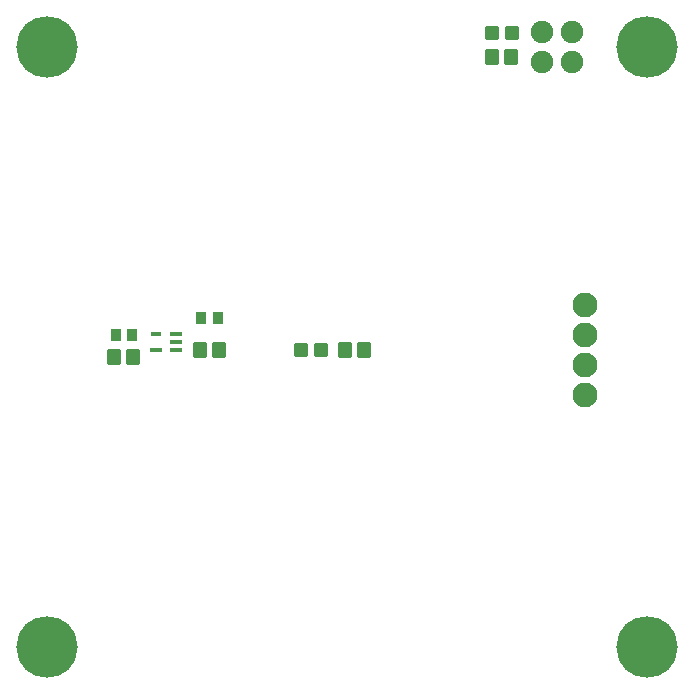
<source format=gts>
G04 Layer: TopSolderMaskLayer*
G04 Panelize: , Column: 2, Row: 2, Board Size: 58.42mm x 58.42mm, Panelized Board Size: 118.84mm x 118.84mm*
G04 EasyEDA v6.5.34, 2023-08-21 18:11:39*
G04 ba809c9b4c8644faba3ff844f2f4f7cd,5a6b42c53f6a479593ecc07194224c93,10*
G04 Gerber Generator version 0.2*
G04 Scale: 100 percent, Rotated: No, Reflected: No *
G04 Dimensions in millimeters *
G04 leading zeros omitted , absolute positions ,4 integer and 5 decimal *
%FSLAX45Y45*%
%MOMM*%

%AMMACRO1*1,1,$1,$2,$3*1,1,$1,$4,$5*1,1,$1,0-$2,0-$3*1,1,$1,0-$4,0-$5*20,1,$1,$2,$3,$4,$5,0*20,1,$1,$4,$5,0-$2,0-$3,0*20,1,$1,0-$2,0-$3,0-$4,0-$5,0*20,1,$1,0-$4,0-$5,$2,$3,0*4,1,4,$2,$3,$4,$5,0-$2,0-$3,0-$4,0-$5,$2,$3,0*%
%ADD10MACRO1,0.1016X-0.4175X-0.1575X-0.4175X0.1575*%
%ADD11R,0.9366X0.4166*%
%ADD12MACRO1,0.1016X-0.4X0.45X0.4X0.45*%
%ADD13MACRO1,0.2032X0.5X-0.55X-0.5X-0.55*%
%ADD14MACRO1,0.2032X-0.5X0.55X0.5X0.55*%
%ADD15MACRO1,0.2032X-0.45X-0.5X-0.45X0.5*%
%ADD16C,5.2032*%
%ADD17C,2.1016*%
%ADD18C,1.9016*%

%LPD*%
D10*
G01*
X1468554Y2894863D03*
G01*
X1468554Y2959887D03*
G01*
X1468554Y3024885D03*
D11*
G01*
X1300048Y3024886D03*
D10*
G01*
X1300050Y2894863D03*
D12*
G01*
X1098694Y3023377D03*
G01*
X958695Y3023377D03*
D13*
G01*
X948687Y2832877D03*
G01*
X1108687Y2832877D03*
D14*
G01*
X1832599Y2896377D03*
G01*
X1672600Y2896377D03*
D15*
G01*
X2531186Y2895587D03*
G01*
X2701185Y2895587D03*
D13*
G01*
X2904487Y2895594D03*
G01*
X3064487Y2895594D03*
D12*
G01*
X1822597Y3162294D03*
G01*
X1682597Y3162294D03*
D13*
G01*
X4149092Y5372100D03*
G01*
X4309092Y5372100D03*
D15*
G01*
X4144091Y5575292D03*
G01*
X4314090Y5575292D03*
D16*
G01*
X381000Y5461000D03*
D17*
G01*
X4931206Y3274161D03*
G01*
X4931206Y2512161D03*
G01*
X4931206Y2766161D03*
G01*
X4931206Y3020161D03*
D18*
G01*
X4572000Y5588000D03*
G01*
X4572000Y5334000D03*
G01*
X4826000Y5334000D03*
G01*
X4826000Y5588000D03*
D16*
G01*
X381000Y381000D03*
G01*
X5461000Y381000D03*
G01*
X5461000Y5461000D03*
M02*

</source>
